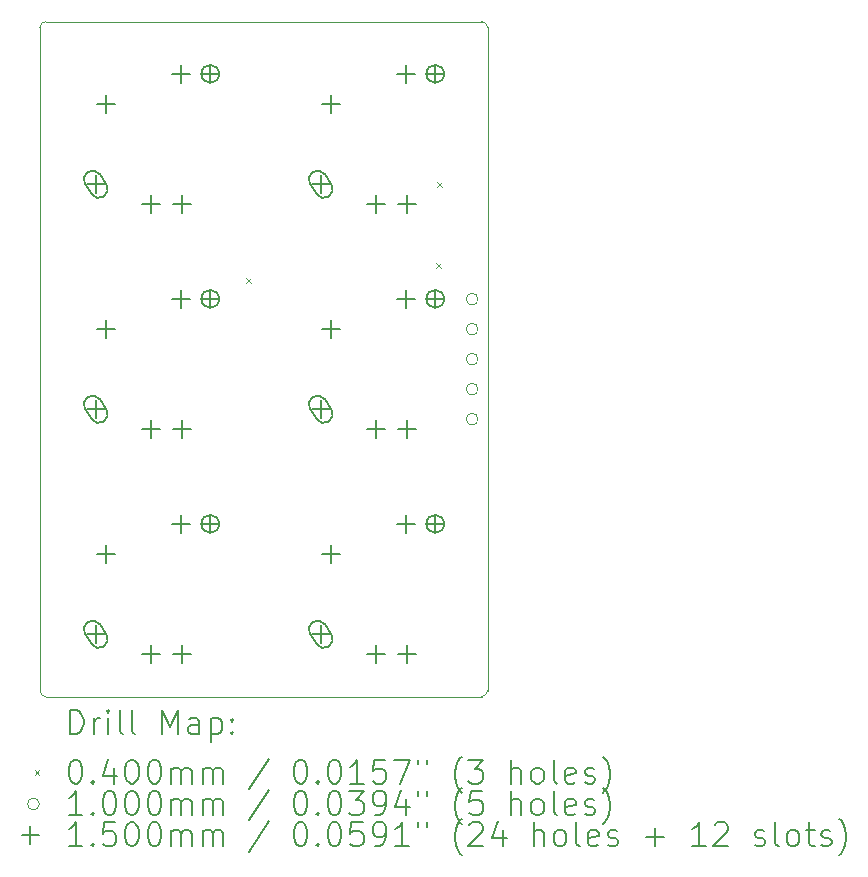
<source format=gbr>
%TF.GenerationSoftware,KiCad,Pcbnew,7.0.5*%
%TF.CreationDate,2023-07-24T08:27:03+08:00*%
%TF.ProjectId,LB,4c422e6b-6963-4616-945f-706362585858,rev?*%
%TF.SameCoordinates,Original*%
%TF.FileFunction,Drillmap*%
%TF.FilePolarity,Positive*%
%FSLAX45Y45*%
G04 Gerber Fmt 4.5, Leading zero omitted, Abs format (unit mm)*
G04 Created by KiCad (PCBNEW 7.0.5) date 2023-07-24 08:27:03*
%MOMM*%
%LPD*%
G01*
G04 APERTURE LIST*
%ADD10C,0.100000*%
%ADD11C,0.200000*%
%ADD12C,0.040000*%
%ADD13C,0.150000*%
G04 APERTURE END LIST*
D10*
X11363500Y-10155500D02*
G75*
G03*
X11413500Y-10205500I50000J0D01*
G01*
X15103500Y-10205500D02*
G75*
G03*
X15153500Y-10155500I0J50000D01*
G01*
X15153500Y-4540500D02*
G75*
G03*
X15103500Y-4490500I-50000J0D01*
G01*
X11413500Y-4490500D02*
G75*
G03*
X11363500Y-4540500I0J-50000D01*
G01*
X15153500Y-10155500D02*
X15153500Y-4540500D01*
X15103500Y-4490500D02*
X11413500Y-4490500D01*
X15103500Y-10205500D02*
X11413500Y-10205500D01*
X11363500Y-4540500D02*
X11363500Y-10155500D01*
D11*
D12*
X13107000Y-6660000D02*
X13147000Y-6700000D01*
X13147000Y-6660000D02*
X13107000Y-6700000D01*
X14717000Y-6534000D02*
X14757000Y-6574000D01*
X14757000Y-6534000D02*
X14717000Y-6574000D01*
X14724000Y-5852000D02*
X14764000Y-5892000D01*
X14764000Y-5852000D02*
X14724000Y-5892000D01*
D10*
X15073000Y-6840000D02*
G75*
G03*
X15073000Y-6840000I-50000J0D01*
G01*
X15073000Y-7094000D02*
G75*
G03*
X15073000Y-7094000I-50000J0D01*
G01*
X15073000Y-7348000D02*
G75*
G03*
X15073000Y-7348000I-50000J0D01*
G01*
X15073000Y-7602000D02*
G75*
G03*
X15073000Y-7602000I-50000J0D01*
G01*
X15073000Y-7856000D02*
G75*
G03*
X15073000Y-7856000I-50000J0D01*
G01*
D13*
X11836000Y-5793000D02*
X11836000Y-5943000D01*
X11761000Y-5868000D02*
X11911000Y-5868000D01*
D11*
X11926139Y-5867984D02*
X11870654Y-5784789D01*
X11870654Y-5784789D02*
G75*
G03*
X11745861Y-5868016I-62397J-41613D01*
G01*
X11745861Y-5868016D02*
X11801346Y-5951211D01*
X11801346Y-5951211D02*
G75*
G03*
X11926139Y-5867984I62397J41613D01*
G01*
D13*
X11836000Y-7698000D02*
X11836000Y-7848000D01*
X11761000Y-7773000D02*
X11911000Y-7773000D01*
D11*
X11926139Y-7772984D02*
X11870654Y-7689789D01*
X11870654Y-7689789D02*
G75*
G03*
X11745861Y-7773016I-62397J-41613D01*
G01*
X11745861Y-7773016D02*
X11801346Y-7856211D01*
X11801346Y-7856211D02*
G75*
G03*
X11926139Y-7772984I62397J41613D01*
G01*
D13*
X11836000Y-9603000D02*
X11836000Y-9753000D01*
X11761000Y-9678000D02*
X11911000Y-9678000D01*
D11*
X11926139Y-9677984D02*
X11870654Y-9594789D01*
X11870654Y-9594789D02*
G75*
G03*
X11745861Y-9678016I-62397J-41613D01*
G01*
X11745861Y-9678016D02*
X11801346Y-9761211D01*
X11801346Y-9761211D02*
G75*
G03*
X11926139Y-9677984I62397J41613D01*
G01*
D13*
X11925000Y-5114000D02*
X11925000Y-5264000D01*
X11850000Y-5189000D02*
X12000000Y-5189000D01*
X11925000Y-7019000D02*
X11925000Y-7169000D01*
X11850000Y-7094000D02*
X12000000Y-7094000D01*
X11925000Y-8924000D02*
X11925000Y-9074000D01*
X11850000Y-8999000D02*
X12000000Y-8999000D01*
X12306000Y-5958000D02*
X12306000Y-6108000D01*
X12231000Y-6033000D02*
X12381000Y-6033000D01*
X12306000Y-7863000D02*
X12306000Y-8013000D01*
X12231000Y-7938000D02*
X12381000Y-7938000D01*
X12306000Y-9768000D02*
X12306000Y-9918000D01*
X12231000Y-9843000D02*
X12381000Y-9843000D01*
X12560000Y-4858000D02*
X12560000Y-5008000D01*
X12485000Y-4933000D02*
X12635000Y-4933000D01*
X12560000Y-6763000D02*
X12560000Y-6913000D01*
X12485000Y-6838000D02*
X12635000Y-6838000D01*
X12560000Y-8668000D02*
X12560000Y-8818000D01*
X12485000Y-8743000D02*
X12635000Y-8743000D01*
X12566000Y-5958000D02*
X12566000Y-6108000D01*
X12491000Y-6033000D02*
X12641000Y-6033000D01*
X12566000Y-7863000D02*
X12566000Y-8013000D01*
X12491000Y-7938000D02*
X12641000Y-7938000D01*
X12566000Y-9768000D02*
X12566000Y-9918000D01*
X12491000Y-9843000D02*
X12641000Y-9843000D01*
X12806000Y-4858000D02*
X12806000Y-5008000D01*
X12731000Y-4933000D02*
X12881000Y-4933000D01*
D11*
X12881000Y-4933000D02*
X12881000Y-4933000D01*
X12881000Y-4933000D02*
G75*
G03*
X12731000Y-4933000I-75000J0D01*
G01*
X12731000Y-4933000D02*
X12731000Y-4933000D01*
X12731000Y-4933000D02*
G75*
G03*
X12881000Y-4933000I75000J0D01*
G01*
D13*
X12806000Y-6763000D02*
X12806000Y-6913000D01*
X12731000Y-6838000D02*
X12881000Y-6838000D01*
D11*
X12881000Y-6838000D02*
X12881000Y-6838000D01*
X12881000Y-6838000D02*
G75*
G03*
X12731000Y-6838000I-75000J0D01*
G01*
X12731000Y-6838000D02*
X12731000Y-6838000D01*
X12731000Y-6838000D02*
G75*
G03*
X12881000Y-6838000I75000J0D01*
G01*
D13*
X12806000Y-8668000D02*
X12806000Y-8818000D01*
X12731000Y-8743000D02*
X12881000Y-8743000D01*
D11*
X12881000Y-8743000D02*
X12881000Y-8743000D01*
X12881000Y-8743000D02*
G75*
G03*
X12731000Y-8743000I-75000J0D01*
G01*
X12731000Y-8743000D02*
X12731000Y-8743000D01*
X12731000Y-8743000D02*
G75*
G03*
X12881000Y-8743000I75000J0D01*
G01*
D13*
X13741000Y-5793000D02*
X13741000Y-5943000D01*
X13666000Y-5868000D02*
X13816000Y-5868000D01*
D11*
X13831139Y-5867984D02*
X13775654Y-5784789D01*
X13775654Y-5784789D02*
G75*
G03*
X13650861Y-5868016I-62397J-41613D01*
G01*
X13650861Y-5868016D02*
X13706346Y-5951211D01*
X13706346Y-5951211D02*
G75*
G03*
X13831139Y-5867984I62397J41613D01*
G01*
D13*
X13741000Y-7698000D02*
X13741000Y-7848000D01*
X13666000Y-7773000D02*
X13816000Y-7773000D01*
D11*
X13831139Y-7772984D02*
X13775654Y-7689789D01*
X13775654Y-7689789D02*
G75*
G03*
X13650861Y-7773016I-62397J-41613D01*
G01*
X13650861Y-7773016D02*
X13706346Y-7856211D01*
X13706346Y-7856211D02*
G75*
G03*
X13831139Y-7772984I62397J41613D01*
G01*
D13*
X13741000Y-9603000D02*
X13741000Y-9753000D01*
X13666000Y-9678000D02*
X13816000Y-9678000D01*
D11*
X13831139Y-9677984D02*
X13775654Y-9594789D01*
X13775654Y-9594789D02*
G75*
G03*
X13650861Y-9678016I-62397J-41613D01*
G01*
X13650861Y-9678016D02*
X13706346Y-9761211D01*
X13706346Y-9761211D02*
G75*
G03*
X13831139Y-9677984I62397J41613D01*
G01*
D13*
X13830000Y-5114000D02*
X13830000Y-5264000D01*
X13755000Y-5189000D02*
X13905000Y-5189000D01*
X13830000Y-7019000D02*
X13830000Y-7169000D01*
X13755000Y-7094000D02*
X13905000Y-7094000D01*
X13830000Y-8924000D02*
X13830000Y-9074000D01*
X13755000Y-8999000D02*
X13905000Y-8999000D01*
X14211000Y-5958000D02*
X14211000Y-6108000D01*
X14136000Y-6033000D02*
X14286000Y-6033000D01*
X14211000Y-7863000D02*
X14211000Y-8013000D01*
X14136000Y-7938000D02*
X14286000Y-7938000D01*
X14211000Y-9768000D02*
X14211000Y-9918000D01*
X14136000Y-9843000D02*
X14286000Y-9843000D01*
X14465000Y-4858000D02*
X14465000Y-5008000D01*
X14390000Y-4933000D02*
X14540000Y-4933000D01*
X14465000Y-6763000D02*
X14465000Y-6913000D01*
X14390000Y-6838000D02*
X14540000Y-6838000D01*
X14465000Y-8668000D02*
X14465000Y-8818000D01*
X14390000Y-8743000D02*
X14540000Y-8743000D01*
X14471000Y-5958000D02*
X14471000Y-6108000D01*
X14396000Y-6033000D02*
X14546000Y-6033000D01*
X14471000Y-7863000D02*
X14471000Y-8013000D01*
X14396000Y-7938000D02*
X14546000Y-7938000D01*
X14471000Y-9768000D02*
X14471000Y-9918000D01*
X14396000Y-9843000D02*
X14546000Y-9843000D01*
X14711000Y-4858000D02*
X14711000Y-5008000D01*
X14636000Y-4933000D02*
X14786000Y-4933000D01*
D11*
X14786000Y-4933000D02*
X14786000Y-4933000D01*
X14786000Y-4933000D02*
G75*
G03*
X14636000Y-4933000I-75000J0D01*
G01*
X14636000Y-4933000D02*
X14636000Y-4933000D01*
X14636000Y-4933000D02*
G75*
G03*
X14786000Y-4933000I75000J0D01*
G01*
D13*
X14711000Y-6763000D02*
X14711000Y-6913000D01*
X14636000Y-6838000D02*
X14786000Y-6838000D01*
D11*
X14786000Y-6838000D02*
X14786000Y-6838000D01*
X14786000Y-6838000D02*
G75*
G03*
X14636000Y-6838000I-75000J0D01*
G01*
X14636000Y-6838000D02*
X14636000Y-6838000D01*
X14636000Y-6838000D02*
G75*
G03*
X14786000Y-6838000I75000J0D01*
G01*
D13*
X14711000Y-8668000D02*
X14711000Y-8818000D01*
X14636000Y-8743000D02*
X14786000Y-8743000D01*
D11*
X14786000Y-8743000D02*
X14786000Y-8743000D01*
X14786000Y-8743000D02*
G75*
G03*
X14636000Y-8743000I-75000J0D01*
G01*
X14636000Y-8743000D02*
X14636000Y-8743000D01*
X14636000Y-8743000D02*
G75*
G03*
X14786000Y-8743000I75000J0D01*
G01*
X11619277Y-10521984D02*
X11619277Y-10321984D01*
X11619277Y-10321984D02*
X11666896Y-10321984D01*
X11666896Y-10321984D02*
X11695467Y-10331508D01*
X11695467Y-10331508D02*
X11714515Y-10350555D01*
X11714515Y-10350555D02*
X11724039Y-10369603D01*
X11724039Y-10369603D02*
X11733562Y-10407698D01*
X11733562Y-10407698D02*
X11733562Y-10436270D01*
X11733562Y-10436270D02*
X11724039Y-10474365D01*
X11724039Y-10474365D02*
X11714515Y-10493412D01*
X11714515Y-10493412D02*
X11695467Y-10512460D01*
X11695467Y-10512460D02*
X11666896Y-10521984D01*
X11666896Y-10521984D02*
X11619277Y-10521984D01*
X11819277Y-10521984D02*
X11819277Y-10388650D01*
X11819277Y-10426746D02*
X11828801Y-10407698D01*
X11828801Y-10407698D02*
X11838324Y-10398174D01*
X11838324Y-10398174D02*
X11857372Y-10388650D01*
X11857372Y-10388650D02*
X11876420Y-10388650D01*
X11943086Y-10521984D02*
X11943086Y-10388650D01*
X11943086Y-10321984D02*
X11933562Y-10331508D01*
X11933562Y-10331508D02*
X11943086Y-10341031D01*
X11943086Y-10341031D02*
X11952610Y-10331508D01*
X11952610Y-10331508D02*
X11943086Y-10321984D01*
X11943086Y-10321984D02*
X11943086Y-10341031D01*
X12066896Y-10521984D02*
X12047848Y-10512460D01*
X12047848Y-10512460D02*
X12038324Y-10493412D01*
X12038324Y-10493412D02*
X12038324Y-10321984D01*
X12171658Y-10521984D02*
X12152610Y-10512460D01*
X12152610Y-10512460D02*
X12143086Y-10493412D01*
X12143086Y-10493412D02*
X12143086Y-10321984D01*
X12400229Y-10521984D02*
X12400229Y-10321984D01*
X12400229Y-10321984D02*
X12466896Y-10464841D01*
X12466896Y-10464841D02*
X12533562Y-10321984D01*
X12533562Y-10321984D02*
X12533562Y-10521984D01*
X12714515Y-10521984D02*
X12714515Y-10417222D01*
X12714515Y-10417222D02*
X12704991Y-10398174D01*
X12704991Y-10398174D02*
X12685943Y-10388650D01*
X12685943Y-10388650D02*
X12647848Y-10388650D01*
X12647848Y-10388650D02*
X12628801Y-10398174D01*
X12714515Y-10512460D02*
X12695467Y-10521984D01*
X12695467Y-10521984D02*
X12647848Y-10521984D01*
X12647848Y-10521984D02*
X12628801Y-10512460D01*
X12628801Y-10512460D02*
X12619277Y-10493412D01*
X12619277Y-10493412D02*
X12619277Y-10474365D01*
X12619277Y-10474365D02*
X12628801Y-10455317D01*
X12628801Y-10455317D02*
X12647848Y-10445793D01*
X12647848Y-10445793D02*
X12695467Y-10445793D01*
X12695467Y-10445793D02*
X12714515Y-10436270D01*
X12809753Y-10388650D02*
X12809753Y-10588650D01*
X12809753Y-10398174D02*
X12828801Y-10388650D01*
X12828801Y-10388650D02*
X12866896Y-10388650D01*
X12866896Y-10388650D02*
X12885943Y-10398174D01*
X12885943Y-10398174D02*
X12895467Y-10407698D01*
X12895467Y-10407698D02*
X12904991Y-10426746D01*
X12904991Y-10426746D02*
X12904991Y-10483889D01*
X12904991Y-10483889D02*
X12895467Y-10502936D01*
X12895467Y-10502936D02*
X12885943Y-10512460D01*
X12885943Y-10512460D02*
X12866896Y-10521984D01*
X12866896Y-10521984D02*
X12828801Y-10521984D01*
X12828801Y-10521984D02*
X12809753Y-10512460D01*
X12990705Y-10502936D02*
X13000229Y-10512460D01*
X13000229Y-10512460D02*
X12990705Y-10521984D01*
X12990705Y-10521984D02*
X12981182Y-10512460D01*
X12981182Y-10512460D02*
X12990705Y-10502936D01*
X12990705Y-10502936D02*
X12990705Y-10521984D01*
X12990705Y-10398174D02*
X13000229Y-10407698D01*
X13000229Y-10407698D02*
X12990705Y-10417222D01*
X12990705Y-10417222D02*
X12981182Y-10407698D01*
X12981182Y-10407698D02*
X12990705Y-10398174D01*
X12990705Y-10398174D02*
X12990705Y-10417222D01*
D12*
X11318500Y-10830500D02*
X11358500Y-10870500D01*
X11358500Y-10830500D02*
X11318500Y-10870500D01*
D11*
X11657372Y-10741984D02*
X11676420Y-10741984D01*
X11676420Y-10741984D02*
X11695467Y-10751508D01*
X11695467Y-10751508D02*
X11704991Y-10761031D01*
X11704991Y-10761031D02*
X11714515Y-10780079D01*
X11714515Y-10780079D02*
X11724039Y-10818174D01*
X11724039Y-10818174D02*
X11724039Y-10865793D01*
X11724039Y-10865793D02*
X11714515Y-10903889D01*
X11714515Y-10903889D02*
X11704991Y-10922936D01*
X11704991Y-10922936D02*
X11695467Y-10932460D01*
X11695467Y-10932460D02*
X11676420Y-10941984D01*
X11676420Y-10941984D02*
X11657372Y-10941984D01*
X11657372Y-10941984D02*
X11638324Y-10932460D01*
X11638324Y-10932460D02*
X11628801Y-10922936D01*
X11628801Y-10922936D02*
X11619277Y-10903889D01*
X11619277Y-10903889D02*
X11609753Y-10865793D01*
X11609753Y-10865793D02*
X11609753Y-10818174D01*
X11609753Y-10818174D02*
X11619277Y-10780079D01*
X11619277Y-10780079D02*
X11628801Y-10761031D01*
X11628801Y-10761031D02*
X11638324Y-10751508D01*
X11638324Y-10751508D02*
X11657372Y-10741984D01*
X11809753Y-10922936D02*
X11819277Y-10932460D01*
X11819277Y-10932460D02*
X11809753Y-10941984D01*
X11809753Y-10941984D02*
X11800229Y-10932460D01*
X11800229Y-10932460D02*
X11809753Y-10922936D01*
X11809753Y-10922936D02*
X11809753Y-10941984D01*
X11990705Y-10808650D02*
X11990705Y-10941984D01*
X11943086Y-10732460D02*
X11895467Y-10875317D01*
X11895467Y-10875317D02*
X12019277Y-10875317D01*
X12133562Y-10741984D02*
X12152610Y-10741984D01*
X12152610Y-10741984D02*
X12171658Y-10751508D01*
X12171658Y-10751508D02*
X12181182Y-10761031D01*
X12181182Y-10761031D02*
X12190705Y-10780079D01*
X12190705Y-10780079D02*
X12200229Y-10818174D01*
X12200229Y-10818174D02*
X12200229Y-10865793D01*
X12200229Y-10865793D02*
X12190705Y-10903889D01*
X12190705Y-10903889D02*
X12181182Y-10922936D01*
X12181182Y-10922936D02*
X12171658Y-10932460D01*
X12171658Y-10932460D02*
X12152610Y-10941984D01*
X12152610Y-10941984D02*
X12133562Y-10941984D01*
X12133562Y-10941984D02*
X12114515Y-10932460D01*
X12114515Y-10932460D02*
X12104991Y-10922936D01*
X12104991Y-10922936D02*
X12095467Y-10903889D01*
X12095467Y-10903889D02*
X12085943Y-10865793D01*
X12085943Y-10865793D02*
X12085943Y-10818174D01*
X12085943Y-10818174D02*
X12095467Y-10780079D01*
X12095467Y-10780079D02*
X12104991Y-10761031D01*
X12104991Y-10761031D02*
X12114515Y-10751508D01*
X12114515Y-10751508D02*
X12133562Y-10741984D01*
X12324039Y-10741984D02*
X12343086Y-10741984D01*
X12343086Y-10741984D02*
X12362134Y-10751508D01*
X12362134Y-10751508D02*
X12371658Y-10761031D01*
X12371658Y-10761031D02*
X12381182Y-10780079D01*
X12381182Y-10780079D02*
X12390705Y-10818174D01*
X12390705Y-10818174D02*
X12390705Y-10865793D01*
X12390705Y-10865793D02*
X12381182Y-10903889D01*
X12381182Y-10903889D02*
X12371658Y-10922936D01*
X12371658Y-10922936D02*
X12362134Y-10932460D01*
X12362134Y-10932460D02*
X12343086Y-10941984D01*
X12343086Y-10941984D02*
X12324039Y-10941984D01*
X12324039Y-10941984D02*
X12304991Y-10932460D01*
X12304991Y-10932460D02*
X12295467Y-10922936D01*
X12295467Y-10922936D02*
X12285943Y-10903889D01*
X12285943Y-10903889D02*
X12276420Y-10865793D01*
X12276420Y-10865793D02*
X12276420Y-10818174D01*
X12276420Y-10818174D02*
X12285943Y-10780079D01*
X12285943Y-10780079D02*
X12295467Y-10761031D01*
X12295467Y-10761031D02*
X12304991Y-10751508D01*
X12304991Y-10751508D02*
X12324039Y-10741984D01*
X12476420Y-10941984D02*
X12476420Y-10808650D01*
X12476420Y-10827698D02*
X12485943Y-10818174D01*
X12485943Y-10818174D02*
X12504991Y-10808650D01*
X12504991Y-10808650D02*
X12533563Y-10808650D01*
X12533563Y-10808650D02*
X12552610Y-10818174D01*
X12552610Y-10818174D02*
X12562134Y-10837222D01*
X12562134Y-10837222D02*
X12562134Y-10941984D01*
X12562134Y-10837222D02*
X12571658Y-10818174D01*
X12571658Y-10818174D02*
X12590705Y-10808650D01*
X12590705Y-10808650D02*
X12619277Y-10808650D01*
X12619277Y-10808650D02*
X12638324Y-10818174D01*
X12638324Y-10818174D02*
X12647848Y-10837222D01*
X12647848Y-10837222D02*
X12647848Y-10941984D01*
X12743086Y-10941984D02*
X12743086Y-10808650D01*
X12743086Y-10827698D02*
X12752610Y-10818174D01*
X12752610Y-10818174D02*
X12771658Y-10808650D01*
X12771658Y-10808650D02*
X12800229Y-10808650D01*
X12800229Y-10808650D02*
X12819277Y-10818174D01*
X12819277Y-10818174D02*
X12828801Y-10837222D01*
X12828801Y-10837222D02*
X12828801Y-10941984D01*
X12828801Y-10837222D02*
X12838324Y-10818174D01*
X12838324Y-10818174D02*
X12857372Y-10808650D01*
X12857372Y-10808650D02*
X12885943Y-10808650D01*
X12885943Y-10808650D02*
X12904991Y-10818174D01*
X12904991Y-10818174D02*
X12914515Y-10837222D01*
X12914515Y-10837222D02*
X12914515Y-10941984D01*
X13304991Y-10732460D02*
X13133563Y-10989603D01*
X13562134Y-10741984D02*
X13581182Y-10741984D01*
X13581182Y-10741984D02*
X13600229Y-10751508D01*
X13600229Y-10751508D02*
X13609753Y-10761031D01*
X13609753Y-10761031D02*
X13619277Y-10780079D01*
X13619277Y-10780079D02*
X13628801Y-10818174D01*
X13628801Y-10818174D02*
X13628801Y-10865793D01*
X13628801Y-10865793D02*
X13619277Y-10903889D01*
X13619277Y-10903889D02*
X13609753Y-10922936D01*
X13609753Y-10922936D02*
X13600229Y-10932460D01*
X13600229Y-10932460D02*
X13581182Y-10941984D01*
X13581182Y-10941984D02*
X13562134Y-10941984D01*
X13562134Y-10941984D02*
X13543086Y-10932460D01*
X13543086Y-10932460D02*
X13533563Y-10922936D01*
X13533563Y-10922936D02*
X13524039Y-10903889D01*
X13524039Y-10903889D02*
X13514515Y-10865793D01*
X13514515Y-10865793D02*
X13514515Y-10818174D01*
X13514515Y-10818174D02*
X13524039Y-10780079D01*
X13524039Y-10780079D02*
X13533563Y-10761031D01*
X13533563Y-10761031D02*
X13543086Y-10751508D01*
X13543086Y-10751508D02*
X13562134Y-10741984D01*
X13714515Y-10922936D02*
X13724039Y-10932460D01*
X13724039Y-10932460D02*
X13714515Y-10941984D01*
X13714515Y-10941984D02*
X13704991Y-10932460D01*
X13704991Y-10932460D02*
X13714515Y-10922936D01*
X13714515Y-10922936D02*
X13714515Y-10941984D01*
X13847848Y-10741984D02*
X13866896Y-10741984D01*
X13866896Y-10741984D02*
X13885944Y-10751508D01*
X13885944Y-10751508D02*
X13895467Y-10761031D01*
X13895467Y-10761031D02*
X13904991Y-10780079D01*
X13904991Y-10780079D02*
X13914515Y-10818174D01*
X13914515Y-10818174D02*
X13914515Y-10865793D01*
X13914515Y-10865793D02*
X13904991Y-10903889D01*
X13904991Y-10903889D02*
X13895467Y-10922936D01*
X13895467Y-10922936D02*
X13885944Y-10932460D01*
X13885944Y-10932460D02*
X13866896Y-10941984D01*
X13866896Y-10941984D02*
X13847848Y-10941984D01*
X13847848Y-10941984D02*
X13828801Y-10932460D01*
X13828801Y-10932460D02*
X13819277Y-10922936D01*
X13819277Y-10922936D02*
X13809753Y-10903889D01*
X13809753Y-10903889D02*
X13800229Y-10865793D01*
X13800229Y-10865793D02*
X13800229Y-10818174D01*
X13800229Y-10818174D02*
X13809753Y-10780079D01*
X13809753Y-10780079D02*
X13819277Y-10761031D01*
X13819277Y-10761031D02*
X13828801Y-10751508D01*
X13828801Y-10751508D02*
X13847848Y-10741984D01*
X14104991Y-10941984D02*
X13990706Y-10941984D01*
X14047848Y-10941984D02*
X14047848Y-10741984D01*
X14047848Y-10741984D02*
X14028801Y-10770555D01*
X14028801Y-10770555D02*
X14009753Y-10789603D01*
X14009753Y-10789603D02*
X13990706Y-10799127D01*
X14285944Y-10741984D02*
X14190706Y-10741984D01*
X14190706Y-10741984D02*
X14181182Y-10837222D01*
X14181182Y-10837222D02*
X14190706Y-10827698D01*
X14190706Y-10827698D02*
X14209753Y-10818174D01*
X14209753Y-10818174D02*
X14257372Y-10818174D01*
X14257372Y-10818174D02*
X14276420Y-10827698D01*
X14276420Y-10827698D02*
X14285944Y-10837222D01*
X14285944Y-10837222D02*
X14295467Y-10856270D01*
X14295467Y-10856270D02*
X14295467Y-10903889D01*
X14295467Y-10903889D02*
X14285944Y-10922936D01*
X14285944Y-10922936D02*
X14276420Y-10932460D01*
X14276420Y-10932460D02*
X14257372Y-10941984D01*
X14257372Y-10941984D02*
X14209753Y-10941984D01*
X14209753Y-10941984D02*
X14190706Y-10932460D01*
X14190706Y-10932460D02*
X14181182Y-10922936D01*
X14362134Y-10741984D02*
X14495467Y-10741984D01*
X14495467Y-10741984D02*
X14409753Y-10941984D01*
X14562134Y-10741984D02*
X14562134Y-10780079D01*
X14638325Y-10741984D02*
X14638325Y-10780079D01*
X14933563Y-11018174D02*
X14924039Y-11008650D01*
X14924039Y-11008650D02*
X14904991Y-10980079D01*
X14904991Y-10980079D02*
X14895468Y-10961031D01*
X14895468Y-10961031D02*
X14885944Y-10932460D01*
X14885944Y-10932460D02*
X14876420Y-10884841D01*
X14876420Y-10884841D02*
X14876420Y-10846746D01*
X14876420Y-10846746D02*
X14885944Y-10799127D01*
X14885944Y-10799127D02*
X14895468Y-10770555D01*
X14895468Y-10770555D02*
X14904991Y-10751508D01*
X14904991Y-10751508D02*
X14924039Y-10722936D01*
X14924039Y-10722936D02*
X14933563Y-10713412D01*
X14990706Y-10741984D02*
X15114515Y-10741984D01*
X15114515Y-10741984D02*
X15047848Y-10818174D01*
X15047848Y-10818174D02*
X15076420Y-10818174D01*
X15076420Y-10818174D02*
X15095468Y-10827698D01*
X15095468Y-10827698D02*
X15104991Y-10837222D01*
X15104991Y-10837222D02*
X15114515Y-10856270D01*
X15114515Y-10856270D02*
X15114515Y-10903889D01*
X15114515Y-10903889D02*
X15104991Y-10922936D01*
X15104991Y-10922936D02*
X15095468Y-10932460D01*
X15095468Y-10932460D02*
X15076420Y-10941984D01*
X15076420Y-10941984D02*
X15019277Y-10941984D01*
X15019277Y-10941984D02*
X15000229Y-10932460D01*
X15000229Y-10932460D02*
X14990706Y-10922936D01*
X15352610Y-10941984D02*
X15352610Y-10741984D01*
X15438325Y-10941984D02*
X15438325Y-10837222D01*
X15438325Y-10837222D02*
X15428801Y-10818174D01*
X15428801Y-10818174D02*
X15409753Y-10808650D01*
X15409753Y-10808650D02*
X15381182Y-10808650D01*
X15381182Y-10808650D02*
X15362134Y-10818174D01*
X15362134Y-10818174D02*
X15352610Y-10827698D01*
X15562134Y-10941984D02*
X15543087Y-10932460D01*
X15543087Y-10932460D02*
X15533563Y-10922936D01*
X15533563Y-10922936D02*
X15524039Y-10903889D01*
X15524039Y-10903889D02*
X15524039Y-10846746D01*
X15524039Y-10846746D02*
X15533563Y-10827698D01*
X15533563Y-10827698D02*
X15543087Y-10818174D01*
X15543087Y-10818174D02*
X15562134Y-10808650D01*
X15562134Y-10808650D02*
X15590706Y-10808650D01*
X15590706Y-10808650D02*
X15609753Y-10818174D01*
X15609753Y-10818174D02*
X15619277Y-10827698D01*
X15619277Y-10827698D02*
X15628801Y-10846746D01*
X15628801Y-10846746D02*
X15628801Y-10903889D01*
X15628801Y-10903889D02*
X15619277Y-10922936D01*
X15619277Y-10922936D02*
X15609753Y-10932460D01*
X15609753Y-10932460D02*
X15590706Y-10941984D01*
X15590706Y-10941984D02*
X15562134Y-10941984D01*
X15743087Y-10941984D02*
X15724039Y-10932460D01*
X15724039Y-10932460D02*
X15714515Y-10913412D01*
X15714515Y-10913412D02*
X15714515Y-10741984D01*
X15895468Y-10932460D02*
X15876420Y-10941984D01*
X15876420Y-10941984D02*
X15838325Y-10941984D01*
X15838325Y-10941984D02*
X15819277Y-10932460D01*
X15819277Y-10932460D02*
X15809753Y-10913412D01*
X15809753Y-10913412D02*
X15809753Y-10837222D01*
X15809753Y-10837222D02*
X15819277Y-10818174D01*
X15819277Y-10818174D02*
X15838325Y-10808650D01*
X15838325Y-10808650D02*
X15876420Y-10808650D01*
X15876420Y-10808650D02*
X15895468Y-10818174D01*
X15895468Y-10818174D02*
X15904991Y-10837222D01*
X15904991Y-10837222D02*
X15904991Y-10856270D01*
X15904991Y-10856270D02*
X15809753Y-10875317D01*
X15981182Y-10932460D02*
X16000230Y-10941984D01*
X16000230Y-10941984D02*
X16038325Y-10941984D01*
X16038325Y-10941984D02*
X16057372Y-10932460D01*
X16057372Y-10932460D02*
X16066896Y-10913412D01*
X16066896Y-10913412D02*
X16066896Y-10903889D01*
X16066896Y-10903889D02*
X16057372Y-10884841D01*
X16057372Y-10884841D02*
X16038325Y-10875317D01*
X16038325Y-10875317D02*
X16009753Y-10875317D01*
X16009753Y-10875317D02*
X15990706Y-10865793D01*
X15990706Y-10865793D02*
X15981182Y-10846746D01*
X15981182Y-10846746D02*
X15981182Y-10837222D01*
X15981182Y-10837222D02*
X15990706Y-10818174D01*
X15990706Y-10818174D02*
X16009753Y-10808650D01*
X16009753Y-10808650D02*
X16038325Y-10808650D01*
X16038325Y-10808650D02*
X16057372Y-10818174D01*
X16133563Y-11018174D02*
X16143087Y-11008650D01*
X16143087Y-11008650D02*
X16162134Y-10980079D01*
X16162134Y-10980079D02*
X16171658Y-10961031D01*
X16171658Y-10961031D02*
X16181182Y-10932460D01*
X16181182Y-10932460D02*
X16190706Y-10884841D01*
X16190706Y-10884841D02*
X16190706Y-10846746D01*
X16190706Y-10846746D02*
X16181182Y-10799127D01*
X16181182Y-10799127D02*
X16171658Y-10770555D01*
X16171658Y-10770555D02*
X16162134Y-10751508D01*
X16162134Y-10751508D02*
X16143087Y-10722936D01*
X16143087Y-10722936D02*
X16133563Y-10713412D01*
D10*
X11358500Y-11114500D02*
G75*
G03*
X11358500Y-11114500I-50000J0D01*
G01*
D11*
X11724039Y-11205984D02*
X11609753Y-11205984D01*
X11666896Y-11205984D02*
X11666896Y-11005984D01*
X11666896Y-11005984D02*
X11647848Y-11034555D01*
X11647848Y-11034555D02*
X11628801Y-11053603D01*
X11628801Y-11053603D02*
X11609753Y-11063127D01*
X11809753Y-11186936D02*
X11819277Y-11196460D01*
X11819277Y-11196460D02*
X11809753Y-11205984D01*
X11809753Y-11205984D02*
X11800229Y-11196460D01*
X11800229Y-11196460D02*
X11809753Y-11186936D01*
X11809753Y-11186936D02*
X11809753Y-11205984D01*
X11943086Y-11005984D02*
X11962134Y-11005984D01*
X11962134Y-11005984D02*
X11981182Y-11015508D01*
X11981182Y-11015508D02*
X11990705Y-11025031D01*
X11990705Y-11025031D02*
X12000229Y-11044079D01*
X12000229Y-11044079D02*
X12009753Y-11082174D01*
X12009753Y-11082174D02*
X12009753Y-11129793D01*
X12009753Y-11129793D02*
X12000229Y-11167889D01*
X12000229Y-11167889D02*
X11990705Y-11186936D01*
X11990705Y-11186936D02*
X11981182Y-11196460D01*
X11981182Y-11196460D02*
X11962134Y-11205984D01*
X11962134Y-11205984D02*
X11943086Y-11205984D01*
X11943086Y-11205984D02*
X11924039Y-11196460D01*
X11924039Y-11196460D02*
X11914515Y-11186936D01*
X11914515Y-11186936D02*
X11904991Y-11167889D01*
X11904991Y-11167889D02*
X11895467Y-11129793D01*
X11895467Y-11129793D02*
X11895467Y-11082174D01*
X11895467Y-11082174D02*
X11904991Y-11044079D01*
X11904991Y-11044079D02*
X11914515Y-11025031D01*
X11914515Y-11025031D02*
X11924039Y-11015508D01*
X11924039Y-11015508D02*
X11943086Y-11005984D01*
X12133562Y-11005984D02*
X12152610Y-11005984D01*
X12152610Y-11005984D02*
X12171658Y-11015508D01*
X12171658Y-11015508D02*
X12181182Y-11025031D01*
X12181182Y-11025031D02*
X12190705Y-11044079D01*
X12190705Y-11044079D02*
X12200229Y-11082174D01*
X12200229Y-11082174D02*
X12200229Y-11129793D01*
X12200229Y-11129793D02*
X12190705Y-11167889D01*
X12190705Y-11167889D02*
X12181182Y-11186936D01*
X12181182Y-11186936D02*
X12171658Y-11196460D01*
X12171658Y-11196460D02*
X12152610Y-11205984D01*
X12152610Y-11205984D02*
X12133562Y-11205984D01*
X12133562Y-11205984D02*
X12114515Y-11196460D01*
X12114515Y-11196460D02*
X12104991Y-11186936D01*
X12104991Y-11186936D02*
X12095467Y-11167889D01*
X12095467Y-11167889D02*
X12085943Y-11129793D01*
X12085943Y-11129793D02*
X12085943Y-11082174D01*
X12085943Y-11082174D02*
X12095467Y-11044079D01*
X12095467Y-11044079D02*
X12104991Y-11025031D01*
X12104991Y-11025031D02*
X12114515Y-11015508D01*
X12114515Y-11015508D02*
X12133562Y-11005984D01*
X12324039Y-11005984D02*
X12343086Y-11005984D01*
X12343086Y-11005984D02*
X12362134Y-11015508D01*
X12362134Y-11015508D02*
X12371658Y-11025031D01*
X12371658Y-11025031D02*
X12381182Y-11044079D01*
X12381182Y-11044079D02*
X12390705Y-11082174D01*
X12390705Y-11082174D02*
X12390705Y-11129793D01*
X12390705Y-11129793D02*
X12381182Y-11167889D01*
X12381182Y-11167889D02*
X12371658Y-11186936D01*
X12371658Y-11186936D02*
X12362134Y-11196460D01*
X12362134Y-11196460D02*
X12343086Y-11205984D01*
X12343086Y-11205984D02*
X12324039Y-11205984D01*
X12324039Y-11205984D02*
X12304991Y-11196460D01*
X12304991Y-11196460D02*
X12295467Y-11186936D01*
X12295467Y-11186936D02*
X12285943Y-11167889D01*
X12285943Y-11167889D02*
X12276420Y-11129793D01*
X12276420Y-11129793D02*
X12276420Y-11082174D01*
X12276420Y-11082174D02*
X12285943Y-11044079D01*
X12285943Y-11044079D02*
X12295467Y-11025031D01*
X12295467Y-11025031D02*
X12304991Y-11015508D01*
X12304991Y-11015508D02*
X12324039Y-11005984D01*
X12476420Y-11205984D02*
X12476420Y-11072650D01*
X12476420Y-11091698D02*
X12485943Y-11082174D01*
X12485943Y-11082174D02*
X12504991Y-11072650D01*
X12504991Y-11072650D02*
X12533563Y-11072650D01*
X12533563Y-11072650D02*
X12552610Y-11082174D01*
X12552610Y-11082174D02*
X12562134Y-11101222D01*
X12562134Y-11101222D02*
X12562134Y-11205984D01*
X12562134Y-11101222D02*
X12571658Y-11082174D01*
X12571658Y-11082174D02*
X12590705Y-11072650D01*
X12590705Y-11072650D02*
X12619277Y-11072650D01*
X12619277Y-11072650D02*
X12638324Y-11082174D01*
X12638324Y-11082174D02*
X12647848Y-11101222D01*
X12647848Y-11101222D02*
X12647848Y-11205984D01*
X12743086Y-11205984D02*
X12743086Y-11072650D01*
X12743086Y-11091698D02*
X12752610Y-11082174D01*
X12752610Y-11082174D02*
X12771658Y-11072650D01*
X12771658Y-11072650D02*
X12800229Y-11072650D01*
X12800229Y-11072650D02*
X12819277Y-11082174D01*
X12819277Y-11082174D02*
X12828801Y-11101222D01*
X12828801Y-11101222D02*
X12828801Y-11205984D01*
X12828801Y-11101222D02*
X12838324Y-11082174D01*
X12838324Y-11082174D02*
X12857372Y-11072650D01*
X12857372Y-11072650D02*
X12885943Y-11072650D01*
X12885943Y-11072650D02*
X12904991Y-11082174D01*
X12904991Y-11082174D02*
X12914515Y-11101222D01*
X12914515Y-11101222D02*
X12914515Y-11205984D01*
X13304991Y-10996460D02*
X13133563Y-11253603D01*
X13562134Y-11005984D02*
X13581182Y-11005984D01*
X13581182Y-11005984D02*
X13600229Y-11015508D01*
X13600229Y-11015508D02*
X13609753Y-11025031D01*
X13609753Y-11025031D02*
X13619277Y-11044079D01*
X13619277Y-11044079D02*
X13628801Y-11082174D01*
X13628801Y-11082174D02*
X13628801Y-11129793D01*
X13628801Y-11129793D02*
X13619277Y-11167889D01*
X13619277Y-11167889D02*
X13609753Y-11186936D01*
X13609753Y-11186936D02*
X13600229Y-11196460D01*
X13600229Y-11196460D02*
X13581182Y-11205984D01*
X13581182Y-11205984D02*
X13562134Y-11205984D01*
X13562134Y-11205984D02*
X13543086Y-11196460D01*
X13543086Y-11196460D02*
X13533563Y-11186936D01*
X13533563Y-11186936D02*
X13524039Y-11167889D01*
X13524039Y-11167889D02*
X13514515Y-11129793D01*
X13514515Y-11129793D02*
X13514515Y-11082174D01*
X13514515Y-11082174D02*
X13524039Y-11044079D01*
X13524039Y-11044079D02*
X13533563Y-11025031D01*
X13533563Y-11025031D02*
X13543086Y-11015508D01*
X13543086Y-11015508D02*
X13562134Y-11005984D01*
X13714515Y-11186936D02*
X13724039Y-11196460D01*
X13724039Y-11196460D02*
X13714515Y-11205984D01*
X13714515Y-11205984D02*
X13704991Y-11196460D01*
X13704991Y-11196460D02*
X13714515Y-11186936D01*
X13714515Y-11186936D02*
X13714515Y-11205984D01*
X13847848Y-11005984D02*
X13866896Y-11005984D01*
X13866896Y-11005984D02*
X13885944Y-11015508D01*
X13885944Y-11015508D02*
X13895467Y-11025031D01*
X13895467Y-11025031D02*
X13904991Y-11044079D01*
X13904991Y-11044079D02*
X13914515Y-11082174D01*
X13914515Y-11082174D02*
X13914515Y-11129793D01*
X13914515Y-11129793D02*
X13904991Y-11167889D01*
X13904991Y-11167889D02*
X13895467Y-11186936D01*
X13895467Y-11186936D02*
X13885944Y-11196460D01*
X13885944Y-11196460D02*
X13866896Y-11205984D01*
X13866896Y-11205984D02*
X13847848Y-11205984D01*
X13847848Y-11205984D02*
X13828801Y-11196460D01*
X13828801Y-11196460D02*
X13819277Y-11186936D01*
X13819277Y-11186936D02*
X13809753Y-11167889D01*
X13809753Y-11167889D02*
X13800229Y-11129793D01*
X13800229Y-11129793D02*
X13800229Y-11082174D01*
X13800229Y-11082174D02*
X13809753Y-11044079D01*
X13809753Y-11044079D02*
X13819277Y-11025031D01*
X13819277Y-11025031D02*
X13828801Y-11015508D01*
X13828801Y-11015508D02*
X13847848Y-11005984D01*
X13981182Y-11005984D02*
X14104991Y-11005984D01*
X14104991Y-11005984D02*
X14038325Y-11082174D01*
X14038325Y-11082174D02*
X14066896Y-11082174D01*
X14066896Y-11082174D02*
X14085944Y-11091698D01*
X14085944Y-11091698D02*
X14095467Y-11101222D01*
X14095467Y-11101222D02*
X14104991Y-11120270D01*
X14104991Y-11120270D02*
X14104991Y-11167889D01*
X14104991Y-11167889D02*
X14095467Y-11186936D01*
X14095467Y-11186936D02*
X14085944Y-11196460D01*
X14085944Y-11196460D02*
X14066896Y-11205984D01*
X14066896Y-11205984D02*
X14009753Y-11205984D01*
X14009753Y-11205984D02*
X13990706Y-11196460D01*
X13990706Y-11196460D02*
X13981182Y-11186936D01*
X14200229Y-11205984D02*
X14238325Y-11205984D01*
X14238325Y-11205984D02*
X14257372Y-11196460D01*
X14257372Y-11196460D02*
X14266896Y-11186936D01*
X14266896Y-11186936D02*
X14285944Y-11158365D01*
X14285944Y-11158365D02*
X14295467Y-11120270D01*
X14295467Y-11120270D02*
X14295467Y-11044079D01*
X14295467Y-11044079D02*
X14285944Y-11025031D01*
X14285944Y-11025031D02*
X14276420Y-11015508D01*
X14276420Y-11015508D02*
X14257372Y-11005984D01*
X14257372Y-11005984D02*
X14219277Y-11005984D01*
X14219277Y-11005984D02*
X14200229Y-11015508D01*
X14200229Y-11015508D02*
X14190706Y-11025031D01*
X14190706Y-11025031D02*
X14181182Y-11044079D01*
X14181182Y-11044079D02*
X14181182Y-11091698D01*
X14181182Y-11091698D02*
X14190706Y-11110746D01*
X14190706Y-11110746D02*
X14200229Y-11120270D01*
X14200229Y-11120270D02*
X14219277Y-11129793D01*
X14219277Y-11129793D02*
X14257372Y-11129793D01*
X14257372Y-11129793D02*
X14276420Y-11120270D01*
X14276420Y-11120270D02*
X14285944Y-11110746D01*
X14285944Y-11110746D02*
X14295467Y-11091698D01*
X14466896Y-11072650D02*
X14466896Y-11205984D01*
X14419277Y-10996460D02*
X14371658Y-11139317D01*
X14371658Y-11139317D02*
X14495467Y-11139317D01*
X14562134Y-11005984D02*
X14562134Y-11044079D01*
X14638325Y-11005984D02*
X14638325Y-11044079D01*
X14933563Y-11282174D02*
X14924039Y-11272650D01*
X14924039Y-11272650D02*
X14904991Y-11244079D01*
X14904991Y-11244079D02*
X14895468Y-11225031D01*
X14895468Y-11225031D02*
X14885944Y-11196460D01*
X14885944Y-11196460D02*
X14876420Y-11148841D01*
X14876420Y-11148841D02*
X14876420Y-11110746D01*
X14876420Y-11110746D02*
X14885944Y-11063127D01*
X14885944Y-11063127D02*
X14895468Y-11034555D01*
X14895468Y-11034555D02*
X14904991Y-11015508D01*
X14904991Y-11015508D02*
X14924039Y-10986936D01*
X14924039Y-10986936D02*
X14933563Y-10977412D01*
X15104991Y-11005984D02*
X15009753Y-11005984D01*
X15009753Y-11005984D02*
X15000229Y-11101222D01*
X15000229Y-11101222D02*
X15009753Y-11091698D01*
X15009753Y-11091698D02*
X15028801Y-11082174D01*
X15028801Y-11082174D02*
X15076420Y-11082174D01*
X15076420Y-11082174D02*
X15095468Y-11091698D01*
X15095468Y-11091698D02*
X15104991Y-11101222D01*
X15104991Y-11101222D02*
X15114515Y-11120270D01*
X15114515Y-11120270D02*
X15114515Y-11167889D01*
X15114515Y-11167889D02*
X15104991Y-11186936D01*
X15104991Y-11186936D02*
X15095468Y-11196460D01*
X15095468Y-11196460D02*
X15076420Y-11205984D01*
X15076420Y-11205984D02*
X15028801Y-11205984D01*
X15028801Y-11205984D02*
X15009753Y-11196460D01*
X15009753Y-11196460D02*
X15000229Y-11186936D01*
X15352610Y-11205984D02*
X15352610Y-11005984D01*
X15438325Y-11205984D02*
X15438325Y-11101222D01*
X15438325Y-11101222D02*
X15428801Y-11082174D01*
X15428801Y-11082174D02*
X15409753Y-11072650D01*
X15409753Y-11072650D02*
X15381182Y-11072650D01*
X15381182Y-11072650D02*
X15362134Y-11082174D01*
X15362134Y-11082174D02*
X15352610Y-11091698D01*
X15562134Y-11205984D02*
X15543087Y-11196460D01*
X15543087Y-11196460D02*
X15533563Y-11186936D01*
X15533563Y-11186936D02*
X15524039Y-11167889D01*
X15524039Y-11167889D02*
X15524039Y-11110746D01*
X15524039Y-11110746D02*
X15533563Y-11091698D01*
X15533563Y-11091698D02*
X15543087Y-11082174D01*
X15543087Y-11082174D02*
X15562134Y-11072650D01*
X15562134Y-11072650D02*
X15590706Y-11072650D01*
X15590706Y-11072650D02*
X15609753Y-11082174D01*
X15609753Y-11082174D02*
X15619277Y-11091698D01*
X15619277Y-11091698D02*
X15628801Y-11110746D01*
X15628801Y-11110746D02*
X15628801Y-11167889D01*
X15628801Y-11167889D02*
X15619277Y-11186936D01*
X15619277Y-11186936D02*
X15609753Y-11196460D01*
X15609753Y-11196460D02*
X15590706Y-11205984D01*
X15590706Y-11205984D02*
X15562134Y-11205984D01*
X15743087Y-11205984D02*
X15724039Y-11196460D01*
X15724039Y-11196460D02*
X15714515Y-11177412D01*
X15714515Y-11177412D02*
X15714515Y-11005984D01*
X15895468Y-11196460D02*
X15876420Y-11205984D01*
X15876420Y-11205984D02*
X15838325Y-11205984D01*
X15838325Y-11205984D02*
X15819277Y-11196460D01*
X15819277Y-11196460D02*
X15809753Y-11177412D01*
X15809753Y-11177412D02*
X15809753Y-11101222D01*
X15809753Y-11101222D02*
X15819277Y-11082174D01*
X15819277Y-11082174D02*
X15838325Y-11072650D01*
X15838325Y-11072650D02*
X15876420Y-11072650D01*
X15876420Y-11072650D02*
X15895468Y-11082174D01*
X15895468Y-11082174D02*
X15904991Y-11101222D01*
X15904991Y-11101222D02*
X15904991Y-11120270D01*
X15904991Y-11120270D02*
X15809753Y-11139317D01*
X15981182Y-11196460D02*
X16000230Y-11205984D01*
X16000230Y-11205984D02*
X16038325Y-11205984D01*
X16038325Y-11205984D02*
X16057372Y-11196460D01*
X16057372Y-11196460D02*
X16066896Y-11177412D01*
X16066896Y-11177412D02*
X16066896Y-11167889D01*
X16066896Y-11167889D02*
X16057372Y-11148841D01*
X16057372Y-11148841D02*
X16038325Y-11139317D01*
X16038325Y-11139317D02*
X16009753Y-11139317D01*
X16009753Y-11139317D02*
X15990706Y-11129793D01*
X15990706Y-11129793D02*
X15981182Y-11110746D01*
X15981182Y-11110746D02*
X15981182Y-11101222D01*
X15981182Y-11101222D02*
X15990706Y-11082174D01*
X15990706Y-11082174D02*
X16009753Y-11072650D01*
X16009753Y-11072650D02*
X16038325Y-11072650D01*
X16038325Y-11072650D02*
X16057372Y-11082174D01*
X16133563Y-11282174D02*
X16143087Y-11272650D01*
X16143087Y-11272650D02*
X16162134Y-11244079D01*
X16162134Y-11244079D02*
X16171658Y-11225031D01*
X16171658Y-11225031D02*
X16181182Y-11196460D01*
X16181182Y-11196460D02*
X16190706Y-11148841D01*
X16190706Y-11148841D02*
X16190706Y-11110746D01*
X16190706Y-11110746D02*
X16181182Y-11063127D01*
X16181182Y-11063127D02*
X16171658Y-11034555D01*
X16171658Y-11034555D02*
X16162134Y-11015508D01*
X16162134Y-11015508D02*
X16143087Y-10986936D01*
X16143087Y-10986936D02*
X16133563Y-10977412D01*
D13*
X11283500Y-11303500D02*
X11283500Y-11453500D01*
X11208500Y-11378500D02*
X11358500Y-11378500D01*
D11*
X11724039Y-11469984D02*
X11609753Y-11469984D01*
X11666896Y-11469984D02*
X11666896Y-11269984D01*
X11666896Y-11269984D02*
X11647848Y-11298555D01*
X11647848Y-11298555D02*
X11628801Y-11317603D01*
X11628801Y-11317603D02*
X11609753Y-11327127D01*
X11809753Y-11450936D02*
X11819277Y-11460460D01*
X11819277Y-11460460D02*
X11809753Y-11469984D01*
X11809753Y-11469984D02*
X11800229Y-11460460D01*
X11800229Y-11460460D02*
X11809753Y-11450936D01*
X11809753Y-11450936D02*
X11809753Y-11469984D01*
X12000229Y-11269984D02*
X11904991Y-11269984D01*
X11904991Y-11269984D02*
X11895467Y-11365222D01*
X11895467Y-11365222D02*
X11904991Y-11355698D01*
X11904991Y-11355698D02*
X11924039Y-11346174D01*
X11924039Y-11346174D02*
X11971658Y-11346174D01*
X11971658Y-11346174D02*
X11990705Y-11355698D01*
X11990705Y-11355698D02*
X12000229Y-11365222D01*
X12000229Y-11365222D02*
X12009753Y-11384269D01*
X12009753Y-11384269D02*
X12009753Y-11431888D01*
X12009753Y-11431888D02*
X12000229Y-11450936D01*
X12000229Y-11450936D02*
X11990705Y-11460460D01*
X11990705Y-11460460D02*
X11971658Y-11469984D01*
X11971658Y-11469984D02*
X11924039Y-11469984D01*
X11924039Y-11469984D02*
X11904991Y-11460460D01*
X11904991Y-11460460D02*
X11895467Y-11450936D01*
X12133562Y-11269984D02*
X12152610Y-11269984D01*
X12152610Y-11269984D02*
X12171658Y-11279508D01*
X12171658Y-11279508D02*
X12181182Y-11289031D01*
X12181182Y-11289031D02*
X12190705Y-11308079D01*
X12190705Y-11308079D02*
X12200229Y-11346174D01*
X12200229Y-11346174D02*
X12200229Y-11393793D01*
X12200229Y-11393793D02*
X12190705Y-11431888D01*
X12190705Y-11431888D02*
X12181182Y-11450936D01*
X12181182Y-11450936D02*
X12171658Y-11460460D01*
X12171658Y-11460460D02*
X12152610Y-11469984D01*
X12152610Y-11469984D02*
X12133562Y-11469984D01*
X12133562Y-11469984D02*
X12114515Y-11460460D01*
X12114515Y-11460460D02*
X12104991Y-11450936D01*
X12104991Y-11450936D02*
X12095467Y-11431888D01*
X12095467Y-11431888D02*
X12085943Y-11393793D01*
X12085943Y-11393793D02*
X12085943Y-11346174D01*
X12085943Y-11346174D02*
X12095467Y-11308079D01*
X12095467Y-11308079D02*
X12104991Y-11289031D01*
X12104991Y-11289031D02*
X12114515Y-11279508D01*
X12114515Y-11279508D02*
X12133562Y-11269984D01*
X12324039Y-11269984D02*
X12343086Y-11269984D01*
X12343086Y-11269984D02*
X12362134Y-11279508D01*
X12362134Y-11279508D02*
X12371658Y-11289031D01*
X12371658Y-11289031D02*
X12381182Y-11308079D01*
X12381182Y-11308079D02*
X12390705Y-11346174D01*
X12390705Y-11346174D02*
X12390705Y-11393793D01*
X12390705Y-11393793D02*
X12381182Y-11431888D01*
X12381182Y-11431888D02*
X12371658Y-11450936D01*
X12371658Y-11450936D02*
X12362134Y-11460460D01*
X12362134Y-11460460D02*
X12343086Y-11469984D01*
X12343086Y-11469984D02*
X12324039Y-11469984D01*
X12324039Y-11469984D02*
X12304991Y-11460460D01*
X12304991Y-11460460D02*
X12295467Y-11450936D01*
X12295467Y-11450936D02*
X12285943Y-11431888D01*
X12285943Y-11431888D02*
X12276420Y-11393793D01*
X12276420Y-11393793D02*
X12276420Y-11346174D01*
X12276420Y-11346174D02*
X12285943Y-11308079D01*
X12285943Y-11308079D02*
X12295467Y-11289031D01*
X12295467Y-11289031D02*
X12304991Y-11279508D01*
X12304991Y-11279508D02*
X12324039Y-11269984D01*
X12476420Y-11469984D02*
X12476420Y-11336650D01*
X12476420Y-11355698D02*
X12485943Y-11346174D01*
X12485943Y-11346174D02*
X12504991Y-11336650D01*
X12504991Y-11336650D02*
X12533563Y-11336650D01*
X12533563Y-11336650D02*
X12552610Y-11346174D01*
X12552610Y-11346174D02*
X12562134Y-11365222D01*
X12562134Y-11365222D02*
X12562134Y-11469984D01*
X12562134Y-11365222D02*
X12571658Y-11346174D01*
X12571658Y-11346174D02*
X12590705Y-11336650D01*
X12590705Y-11336650D02*
X12619277Y-11336650D01*
X12619277Y-11336650D02*
X12638324Y-11346174D01*
X12638324Y-11346174D02*
X12647848Y-11365222D01*
X12647848Y-11365222D02*
X12647848Y-11469984D01*
X12743086Y-11469984D02*
X12743086Y-11336650D01*
X12743086Y-11355698D02*
X12752610Y-11346174D01*
X12752610Y-11346174D02*
X12771658Y-11336650D01*
X12771658Y-11336650D02*
X12800229Y-11336650D01*
X12800229Y-11336650D02*
X12819277Y-11346174D01*
X12819277Y-11346174D02*
X12828801Y-11365222D01*
X12828801Y-11365222D02*
X12828801Y-11469984D01*
X12828801Y-11365222D02*
X12838324Y-11346174D01*
X12838324Y-11346174D02*
X12857372Y-11336650D01*
X12857372Y-11336650D02*
X12885943Y-11336650D01*
X12885943Y-11336650D02*
X12904991Y-11346174D01*
X12904991Y-11346174D02*
X12914515Y-11365222D01*
X12914515Y-11365222D02*
X12914515Y-11469984D01*
X13304991Y-11260460D02*
X13133563Y-11517603D01*
X13562134Y-11269984D02*
X13581182Y-11269984D01*
X13581182Y-11269984D02*
X13600229Y-11279508D01*
X13600229Y-11279508D02*
X13609753Y-11289031D01*
X13609753Y-11289031D02*
X13619277Y-11308079D01*
X13619277Y-11308079D02*
X13628801Y-11346174D01*
X13628801Y-11346174D02*
X13628801Y-11393793D01*
X13628801Y-11393793D02*
X13619277Y-11431888D01*
X13619277Y-11431888D02*
X13609753Y-11450936D01*
X13609753Y-11450936D02*
X13600229Y-11460460D01*
X13600229Y-11460460D02*
X13581182Y-11469984D01*
X13581182Y-11469984D02*
X13562134Y-11469984D01*
X13562134Y-11469984D02*
X13543086Y-11460460D01*
X13543086Y-11460460D02*
X13533563Y-11450936D01*
X13533563Y-11450936D02*
X13524039Y-11431888D01*
X13524039Y-11431888D02*
X13514515Y-11393793D01*
X13514515Y-11393793D02*
X13514515Y-11346174D01*
X13514515Y-11346174D02*
X13524039Y-11308079D01*
X13524039Y-11308079D02*
X13533563Y-11289031D01*
X13533563Y-11289031D02*
X13543086Y-11279508D01*
X13543086Y-11279508D02*
X13562134Y-11269984D01*
X13714515Y-11450936D02*
X13724039Y-11460460D01*
X13724039Y-11460460D02*
X13714515Y-11469984D01*
X13714515Y-11469984D02*
X13704991Y-11460460D01*
X13704991Y-11460460D02*
X13714515Y-11450936D01*
X13714515Y-11450936D02*
X13714515Y-11469984D01*
X13847848Y-11269984D02*
X13866896Y-11269984D01*
X13866896Y-11269984D02*
X13885944Y-11279508D01*
X13885944Y-11279508D02*
X13895467Y-11289031D01*
X13895467Y-11289031D02*
X13904991Y-11308079D01*
X13904991Y-11308079D02*
X13914515Y-11346174D01*
X13914515Y-11346174D02*
X13914515Y-11393793D01*
X13914515Y-11393793D02*
X13904991Y-11431888D01*
X13904991Y-11431888D02*
X13895467Y-11450936D01*
X13895467Y-11450936D02*
X13885944Y-11460460D01*
X13885944Y-11460460D02*
X13866896Y-11469984D01*
X13866896Y-11469984D02*
X13847848Y-11469984D01*
X13847848Y-11469984D02*
X13828801Y-11460460D01*
X13828801Y-11460460D02*
X13819277Y-11450936D01*
X13819277Y-11450936D02*
X13809753Y-11431888D01*
X13809753Y-11431888D02*
X13800229Y-11393793D01*
X13800229Y-11393793D02*
X13800229Y-11346174D01*
X13800229Y-11346174D02*
X13809753Y-11308079D01*
X13809753Y-11308079D02*
X13819277Y-11289031D01*
X13819277Y-11289031D02*
X13828801Y-11279508D01*
X13828801Y-11279508D02*
X13847848Y-11269984D01*
X14095467Y-11269984D02*
X14000229Y-11269984D01*
X14000229Y-11269984D02*
X13990706Y-11365222D01*
X13990706Y-11365222D02*
X14000229Y-11355698D01*
X14000229Y-11355698D02*
X14019277Y-11346174D01*
X14019277Y-11346174D02*
X14066896Y-11346174D01*
X14066896Y-11346174D02*
X14085944Y-11355698D01*
X14085944Y-11355698D02*
X14095467Y-11365222D01*
X14095467Y-11365222D02*
X14104991Y-11384269D01*
X14104991Y-11384269D02*
X14104991Y-11431888D01*
X14104991Y-11431888D02*
X14095467Y-11450936D01*
X14095467Y-11450936D02*
X14085944Y-11460460D01*
X14085944Y-11460460D02*
X14066896Y-11469984D01*
X14066896Y-11469984D02*
X14019277Y-11469984D01*
X14019277Y-11469984D02*
X14000229Y-11460460D01*
X14000229Y-11460460D02*
X13990706Y-11450936D01*
X14200229Y-11469984D02*
X14238325Y-11469984D01*
X14238325Y-11469984D02*
X14257372Y-11460460D01*
X14257372Y-11460460D02*
X14266896Y-11450936D01*
X14266896Y-11450936D02*
X14285944Y-11422365D01*
X14285944Y-11422365D02*
X14295467Y-11384269D01*
X14295467Y-11384269D02*
X14295467Y-11308079D01*
X14295467Y-11308079D02*
X14285944Y-11289031D01*
X14285944Y-11289031D02*
X14276420Y-11279508D01*
X14276420Y-11279508D02*
X14257372Y-11269984D01*
X14257372Y-11269984D02*
X14219277Y-11269984D01*
X14219277Y-11269984D02*
X14200229Y-11279508D01*
X14200229Y-11279508D02*
X14190706Y-11289031D01*
X14190706Y-11289031D02*
X14181182Y-11308079D01*
X14181182Y-11308079D02*
X14181182Y-11355698D01*
X14181182Y-11355698D02*
X14190706Y-11374746D01*
X14190706Y-11374746D02*
X14200229Y-11384269D01*
X14200229Y-11384269D02*
X14219277Y-11393793D01*
X14219277Y-11393793D02*
X14257372Y-11393793D01*
X14257372Y-11393793D02*
X14276420Y-11384269D01*
X14276420Y-11384269D02*
X14285944Y-11374746D01*
X14285944Y-11374746D02*
X14295467Y-11355698D01*
X14485944Y-11469984D02*
X14371658Y-11469984D01*
X14428801Y-11469984D02*
X14428801Y-11269984D01*
X14428801Y-11269984D02*
X14409753Y-11298555D01*
X14409753Y-11298555D02*
X14390706Y-11317603D01*
X14390706Y-11317603D02*
X14371658Y-11327127D01*
X14562134Y-11269984D02*
X14562134Y-11308079D01*
X14638325Y-11269984D02*
X14638325Y-11308079D01*
X14933563Y-11546174D02*
X14924039Y-11536650D01*
X14924039Y-11536650D02*
X14904991Y-11508079D01*
X14904991Y-11508079D02*
X14895468Y-11489031D01*
X14895468Y-11489031D02*
X14885944Y-11460460D01*
X14885944Y-11460460D02*
X14876420Y-11412841D01*
X14876420Y-11412841D02*
X14876420Y-11374746D01*
X14876420Y-11374746D02*
X14885944Y-11327127D01*
X14885944Y-11327127D02*
X14895468Y-11298555D01*
X14895468Y-11298555D02*
X14904991Y-11279508D01*
X14904991Y-11279508D02*
X14924039Y-11250936D01*
X14924039Y-11250936D02*
X14933563Y-11241412D01*
X15000229Y-11289031D02*
X15009753Y-11279508D01*
X15009753Y-11279508D02*
X15028801Y-11269984D01*
X15028801Y-11269984D02*
X15076420Y-11269984D01*
X15076420Y-11269984D02*
X15095468Y-11279508D01*
X15095468Y-11279508D02*
X15104991Y-11289031D01*
X15104991Y-11289031D02*
X15114515Y-11308079D01*
X15114515Y-11308079D02*
X15114515Y-11327127D01*
X15114515Y-11327127D02*
X15104991Y-11355698D01*
X15104991Y-11355698D02*
X14990706Y-11469984D01*
X14990706Y-11469984D02*
X15114515Y-11469984D01*
X15285944Y-11336650D02*
X15285944Y-11469984D01*
X15238325Y-11260460D02*
X15190706Y-11403317D01*
X15190706Y-11403317D02*
X15314515Y-11403317D01*
X15543087Y-11469984D02*
X15543087Y-11269984D01*
X15628801Y-11469984D02*
X15628801Y-11365222D01*
X15628801Y-11365222D02*
X15619277Y-11346174D01*
X15619277Y-11346174D02*
X15600230Y-11336650D01*
X15600230Y-11336650D02*
X15571658Y-11336650D01*
X15571658Y-11336650D02*
X15552610Y-11346174D01*
X15552610Y-11346174D02*
X15543087Y-11355698D01*
X15752610Y-11469984D02*
X15733563Y-11460460D01*
X15733563Y-11460460D02*
X15724039Y-11450936D01*
X15724039Y-11450936D02*
X15714515Y-11431888D01*
X15714515Y-11431888D02*
X15714515Y-11374746D01*
X15714515Y-11374746D02*
X15724039Y-11355698D01*
X15724039Y-11355698D02*
X15733563Y-11346174D01*
X15733563Y-11346174D02*
X15752610Y-11336650D01*
X15752610Y-11336650D02*
X15781182Y-11336650D01*
X15781182Y-11336650D02*
X15800230Y-11346174D01*
X15800230Y-11346174D02*
X15809753Y-11355698D01*
X15809753Y-11355698D02*
X15819277Y-11374746D01*
X15819277Y-11374746D02*
X15819277Y-11431888D01*
X15819277Y-11431888D02*
X15809753Y-11450936D01*
X15809753Y-11450936D02*
X15800230Y-11460460D01*
X15800230Y-11460460D02*
X15781182Y-11469984D01*
X15781182Y-11469984D02*
X15752610Y-11469984D01*
X15933563Y-11469984D02*
X15914515Y-11460460D01*
X15914515Y-11460460D02*
X15904991Y-11441412D01*
X15904991Y-11441412D02*
X15904991Y-11269984D01*
X16085944Y-11460460D02*
X16066896Y-11469984D01*
X16066896Y-11469984D02*
X16028801Y-11469984D01*
X16028801Y-11469984D02*
X16009753Y-11460460D01*
X16009753Y-11460460D02*
X16000230Y-11441412D01*
X16000230Y-11441412D02*
X16000230Y-11365222D01*
X16000230Y-11365222D02*
X16009753Y-11346174D01*
X16009753Y-11346174D02*
X16028801Y-11336650D01*
X16028801Y-11336650D02*
X16066896Y-11336650D01*
X16066896Y-11336650D02*
X16085944Y-11346174D01*
X16085944Y-11346174D02*
X16095468Y-11365222D01*
X16095468Y-11365222D02*
X16095468Y-11384269D01*
X16095468Y-11384269D02*
X16000230Y-11403317D01*
X16171658Y-11460460D02*
X16190706Y-11469984D01*
X16190706Y-11469984D02*
X16228801Y-11469984D01*
X16228801Y-11469984D02*
X16247849Y-11460460D01*
X16247849Y-11460460D02*
X16257372Y-11441412D01*
X16257372Y-11441412D02*
X16257372Y-11431888D01*
X16257372Y-11431888D02*
X16247849Y-11412841D01*
X16247849Y-11412841D02*
X16228801Y-11403317D01*
X16228801Y-11403317D02*
X16200230Y-11403317D01*
X16200230Y-11403317D02*
X16181182Y-11393793D01*
X16181182Y-11393793D02*
X16171658Y-11374746D01*
X16171658Y-11374746D02*
X16171658Y-11365222D01*
X16171658Y-11365222D02*
X16181182Y-11346174D01*
X16181182Y-11346174D02*
X16200230Y-11336650D01*
X16200230Y-11336650D02*
X16228801Y-11336650D01*
X16228801Y-11336650D02*
X16247849Y-11346174D01*
X16495468Y-11393793D02*
X16647849Y-11393793D01*
X16571658Y-11469984D02*
X16571658Y-11317603D01*
X17000230Y-11469984D02*
X16885944Y-11469984D01*
X16943087Y-11469984D02*
X16943087Y-11269984D01*
X16943087Y-11269984D02*
X16924039Y-11298555D01*
X16924039Y-11298555D02*
X16904992Y-11317603D01*
X16904992Y-11317603D02*
X16885944Y-11327127D01*
X17076420Y-11289031D02*
X17085944Y-11279508D01*
X17085944Y-11279508D02*
X17104992Y-11269984D01*
X17104992Y-11269984D02*
X17152611Y-11269984D01*
X17152611Y-11269984D02*
X17171658Y-11279508D01*
X17171658Y-11279508D02*
X17181182Y-11289031D01*
X17181182Y-11289031D02*
X17190706Y-11308079D01*
X17190706Y-11308079D02*
X17190706Y-11327127D01*
X17190706Y-11327127D02*
X17181182Y-11355698D01*
X17181182Y-11355698D02*
X17066896Y-11469984D01*
X17066896Y-11469984D02*
X17190706Y-11469984D01*
X17419277Y-11460460D02*
X17438325Y-11469984D01*
X17438325Y-11469984D02*
X17476420Y-11469984D01*
X17476420Y-11469984D02*
X17495468Y-11460460D01*
X17495468Y-11460460D02*
X17504992Y-11441412D01*
X17504992Y-11441412D02*
X17504992Y-11431888D01*
X17504992Y-11431888D02*
X17495468Y-11412841D01*
X17495468Y-11412841D02*
X17476420Y-11403317D01*
X17476420Y-11403317D02*
X17447849Y-11403317D01*
X17447849Y-11403317D02*
X17428801Y-11393793D01*
X17428801Y-11393793D02*
X17419277Y-11374746D01*
X17419277Y-11374746D02*
X17419277Y-11365222D01*
X17419277Y-11365222D02*
X17428801Y-11346174D01*
X17428801Y-11346174D02*
X17447849Y-11336650D01*
X17447849Y-11336650D02*
X17476420Y-11336650D01*
X17476420Y-11336650D02*
X17495468Y-11346174D01*
X17619277Y-11469984D02*
X17600230Y-11460460D01*
X17600230Y-11460460D02*
X17590706Y-11441412D01*
X17590706Y-11441412D02*
X17590706Y-11269984D01*
X17724039Y-11469984D02*
X17704992Y-11460460D01*
X17704992Y-11460460D02*
X17695468Y-11450936D01*
X17695468Y-11450936D02*
X17685944Y-11431888D01*
X17685944Y-11431888D02*
X17685944Y-11374746D01*
X17685944Y-11374746D02*
X17695468Y-11355698D01*
X17695468Y-11355698D02*
X17704992Y-11346174D01*
X17704992Y-11346174D02*
X17724039Y-11336650D01*
X17724039Y-11336650D02*
X17752611Y-11336650D01*
X17752611Y-11336650D02*
X17771658Y-11346174D01*
X17771658Y-11346174D02*
X17781182Y-11355698D01*
X17781182Y-11355698D02*
X17790706Y-11374746D01*
X17790706Y-11374746D02*
X17790706Y-11431888D01*
X17790706Y-11431888D02*
X17781182Y-11450936D01*
X17781182Y-11450936D02*
X17771658Y-11460460D01*
X17771658Y-11460460D02*
X17752611Y-11469984D01*
X17752611Y-11469984D02*
X17724039Y-11469984D01*
X17847849Y-11336650D02*
X17924039Y-11336650D01*
X17876420Y-11269984D02*
X17876420Y-11441412D01*
X17876420Y-11441412D02*
X17885944Y-11460460D01*
X17885944Y-11460460D02*
X17904992Y-11469984D01*
X17904992Y-11469984D02*
X17924039Y-11469984D01*
X17981182Y-11460460D02*
X18000230Y-11469984D01*
X18000230Y-11469984D02*
X18038325Y-11469984D01*
X18038325Y-11469984D02*
X18057373Y-11460460D01*
X18057373Y-11460460D02*
X18066897Y-11441412D01*
X18066897Y-11441412D02*
X18066897Y-11431888D01*
X18066897Y-11431888D02*
X18057373Y-11412841D01*
X18057373Y-11412841D02*
X18038325Y-11403317D01*
X18038325Y-11403317D02*
X18009754Y-11403317D01*
X18009754Y-11403317D02*
X17990706Y-11393793D01*
X17990706Y-11393793D02*
X17981182Y-11374746D01*
X17981182Y-11374746D02*
X17981182Y-11365222D01*
X17981182Y-11365222D02*
X17990706Y-11346174D01*
X17990706Y-11346174D02*
X18009754Y-11336650D01*
X18009754Y-11336650D02*
X18038325Y-11336650D01*
X18038325Y-11336650D02*
X18057373Y-11346174D01*
X18133563Y-11546174D02*
X18143087Y-11536650D01*
X18143087Y-11536650D02*
X18162135Y-11508079D01*
X18162135Y-11508079D02*
X18171658Y-11489031D01*
X18171658Y-11489031D02*
X18181182Y-11460460D01*
X18181182Y-11460460D02*
X18190706Y-11412841D01*
X18190706Y-11412841D02*
X18190706Y-11374746D01*
X18190706Y-11374746D02*
X18181182Y-11327127D01*
X18181182Y-11327127D02*
X18171658Y-11298555D01*
X18171658Y-11298555D02*
X18162135Y-11279508D01*
X18162135Y-11279508D02*
X18143087Y-11250936D01*
X18143087Y-11250936D02*
X18133563Y-11241412D01*
M02*

</source>
